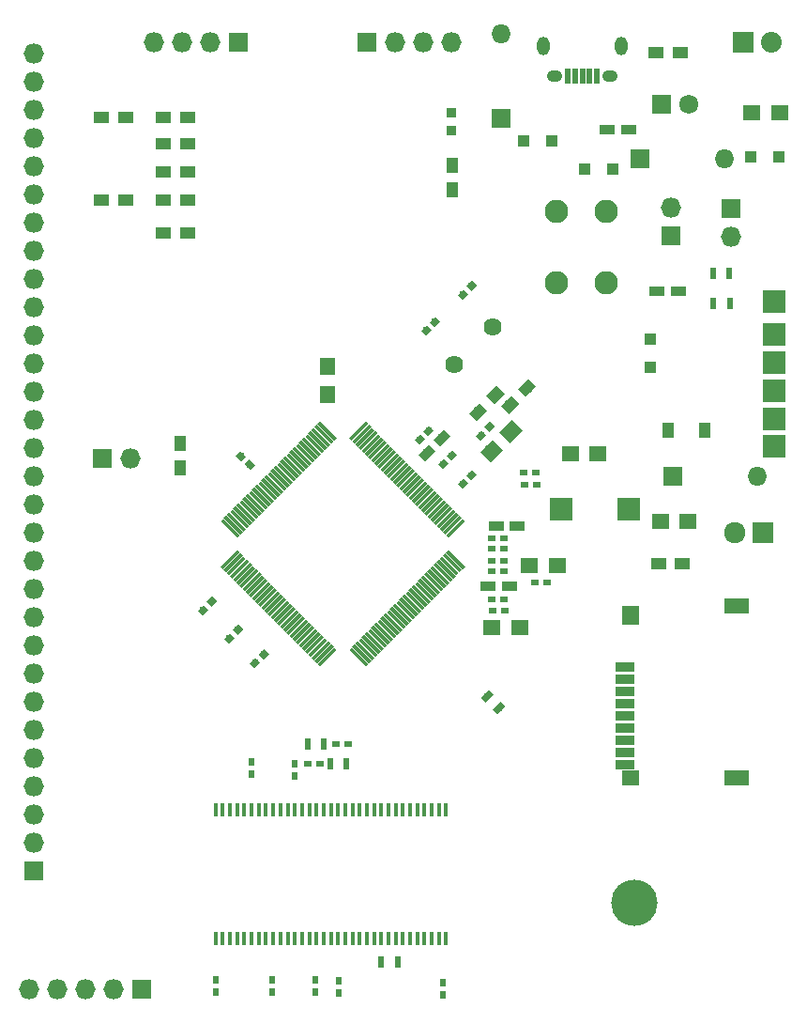
<source format=gts>
G04 #@! TF.GenerationSoftware,KiCad,Pcbnew,(2017-06-28 revision 2237de015)-makepkg*
G04 #@! TF.CreationDate,2017-08-26T01:08:01+05:30*
G04 #@! TF.ProjectId,MyIMX233,4D79494D583233332E6B696361645F70,rev?*
G04 #@! TF.SameCoordinates,Original
G04 #@! TF.FileFunction,Soldermask,Top*
G04 #@! TF.FilePolarity,Negative*
%FSLAX46Y46*%
G04 Gerber Fmt 4.6, Leading zero omitted, Abs format (unit mm)*
G04 Created by KiCad (PCBNEW (2017-06-28 revision 2237de015)-makepkg) date 08/26/17 01:08:01*
%MOMM*%
%LPD*%
G01*
G04 APERTURE LIST*
%ADD10C,0.100000*%
%ADD11C,4.184000*%
%ADD12R,1.120000X1.120000*%
%ADD13R,1.320000X0.870000*%
%ADD14O,1.720000X1.720000*%
%ADD15R,1.720000X1.720000*%
%ADD16R,1.320000X1.020000*%
%ADD17C,1.720000*%
%ADD18R,1.020000X1.320000*%
%ADD19C,0.620000*%
%ADD20R,0.620000X1.020000*%
%ADD21R,1.720000X0.820000*%
%ADD22R,1.520000X1.320000*%
%ADD23R,1.520000X1.720000*%
%ADD24R,2.320000X1.320000*%
%ADD25C,0.320000*%
%ADD26C,1.620000*%
%ADD27O,1.820000X1.820000*%
%ADD28R,1.820000X1.820000*%
%ADD29R,0.520000X1.470000*%
%ADD30O,1.370000X1.070000*%
%ADD31O,1.120000X1.670000*%
%ADD32R,2.025000X2.025000*%
%ADD33R,0.920000X0.920000*%
%ADD34R,0.720000X0.620000*%
%ADD35C,0.870000*%
%ADD36R,1.620000X1.370000*%
%ADD37C,1.870000*%
%ADD38R,1.870000X1.870000*%
%ADD39C,1.020000*%
%ADD40R,0.440040X1.288400*%
%ADD41R,2.118980X2.118980*%
%ADD42R,0.620000X0.720000*%
%ADD43C,2.120000*%
%ADD44C,1.370000*%
%ADD45R,1.370000X1.620000*%
%ADD46C,1.920000*%
%ADD47R,1.920000X1.920000*%
G04 APERTURE END LIST*
D10*
D11*
X123317000Y-131254500D03*
D12*
X136314500Y-64008000D03*
X133814500Y-64008000D03*
D13*
X127254000Y-76136500D03*
X125354000Y-76136500D03*
D14*
X131445000Y-64198500D03*
D15*
X123825000Y-64198500D03*
X126746000Y-92837000D03*
D14*
X134366000Y-92837000D03*
X111252000Y-52959000D03*
D15*
X111252000Y-60579000D03*
D16*
X127465000Y-54610000D03*
X125265000Y-54610000D03*
D17*
X128230000Y-59309000D03*
D15*
X125730000Y-59309000D03*
D18*
X126366000Y-88646000D03*
X129666000Y-88646000D03*
D19*
X110023170Y-112626670D03*
D10*
G36*
X109443342Y-112768091D02*
X110164591Y-112046842D01*
X110602998Y-112485249D01*
X109881749Y-113206498D01*
X109443342Y-112768091D01*
X109443342Y-112768091D01*
G37*
D19*
X111083830Y-113687330D03*
D10*
G36*
X110504002Y-113828751D02*
X111225251Y-113107502D01*
X111663658Y-113545909D01*
X110942409Y-114267158D01*
X110504002Y-113828751D01*
X110504002Y-113828751D01*
G37*
D20*
X101969000Y-136588500D03*
X100469000Y-136588500D03*
D21*
X122428000Y-112225000D03*
X122428000Y-111125000D03*
X122428000Y-110025000D03*
X122428000Y-113325000D03*
X122428000Y-114425000D03*
X122428000Y-115525000D03*
X122428000Y-117725000D03*
X122428000Y-116625000D03*
X122428000Y-118825000D03*
D22*
X122928000Y-119975000D03*
D23*
X122928000Y-105375000D03*
D24*
X132528000Y-119975000D03*
X132528000Y-104475000D03*
D25*
X98410464Y-88718912D03*
D10*
G36*
X97774068Y-89581582D02*
X97547794Y-89355308D01*
X99046860Y-87856242D01*
X99273134Y-88082516D01*
X97774068Y-89581582D01*
X97774068Y-89581582D01*
G37*
D25*
X98693306Y-89001755D03*
D10*
G36*
X98056910Y-89864425D02*
X97830636Y-89638151D01*
X99329702Y-88139085D01*
X99555976Y-88365359D01*
X98056910Y-89864425D01*
X98056910Y-89864425D01*
G37*
D25*
X98976149Y-89284598D03*
D10*
G36*
X98339753Y-90147268D02*
X98113479Y-89920994D01*
X99612545Y-88421928D01*
X99838819Y-88648202D01*
X98339753Y-90147268D01*
X98339753Y-90147268D01*
G37*
D25*
X99258992Y-89567440D03*
D10*
G36*
X98622596Y-90430110D02*
X98396322Y-90203836D01*
X99895388Y-88704770D01*
X100121662Y-88931044D01*
X98622596Y-90430110D01*
X98622596Y-90430110D01*
G37*
D25*
X99541834Y-89850283D03*
D10*
G36*
X98905438Y-90712953D02*
X98679164Y-90486679D01*
X100178230Y-88987613D01*
X100404504Y-89213887D01*
X98905438Y-90712953D01*
X98905438Y-90712953D01*
G37*
D25*
X99824677Y-90133126D03*
D10*
G36*
X99188281Y-90995796D02*
X98962007Y-90769522D01*
X100461073Y-89270456D01*
X100687347Y-89496730D01*
X99188281Y-90995796D01*
X99188281Y-90995796D01*
G37*
D25*
X100107520Y-90415969D03*
D10*
G36*
X99471124Y-91278639D02*
X99244850Y-91052365D01*
X100743916Y-89553299D01*
X100970190Y-89779573D01*
X99471124Y-91278639D01*
X99471124Y-91278639D01*
G37*
D25*
X100390363Y-90698811D03*
D10*
G36*
X99753967Y-91561481D02*
X99527693Y-91335207D01*
X101026759Y-89836141D01*
X101253033Y-90062415D01*
X99753967Y-91561481D01*
X99753967Y-91561481D01*
G37*
D25*
X100673205Y-90981654D03*
D10*
G36*
X100036809Y-91844324D02*
X99810535Y-91618050D01*
X101309601Y-90118984D01*
X101535875Y-90345258D01*
X100036809Y-91844324D01*
X100036809Y-91844324D01*
G37*
D25*
X100956048Y-91264497D03*
D10*
G36*
X100319652Y-92127167D02*
X100093378Y-91900893D01*
X101592444Y-90401827D01*
X101818718Y-90628101D01*
X100319652Y-92127167D01*
X100319652Y-92127167D01*
G37*
D25*
X101238891Y-91547339D03*
D10*
G36*
X100602495Y-92410009D02*
X100376221Y-92183735D01*
X101875287Y-90684669D01*
X102101561Y-90910943D01*
X100602495Y-92410009D01*
X100602495Y-92410009D01*
G37*
D25*
X101521733Y-91830182D03*
D10*
G36*
X100885337Y-92692852D02*
X100659063Y-92466578D01*
X102158129Y-90967512D01*
X102384403Y-91193786D01*
X100885337Y-92692852D01*
X100885337Y-92692852D01*
G37*
D25*
X101804576Y-92113025D03*
D10*
G36*
X101168180Y-92975695D02*
X100941906Y-92749421D01*
X102440972Y-91250355D01*
X102667246Y-91476629D01*
X101168180Y-92975695D01*
X101168180Y-92975695D01*
G37*
D25*
X102087419Y-92395868D03*
D10*
G36*
X101451023Y-93258538D02*
X101224749Y-93032264D01*
X102723815Y-91533198D01*
X102950089Y-91759472D01*
X101451023Y-93258538D01*
X101451023Y-93258538D01*
G37*
D25*
X102370262Y-92678710D03*
D10*
G36*
X101733866Y-93541380D02*
X101507592Y-93315106D01*
X103006658Y-91816040D01*
X103232932Y-92042314D01*
X101733866Y-93541380D01*
X101733866Y-93541380D01*
G37*
D25*
X102653104Y-92961553D03*
D10*
G36*
X102016708Y-93824223D02*
X101790434Y-93597949D01*
X103289500Y-92098883D01*
X103515774Y-92325157D01*
X102016708Y-93824223D01*
X102016708Y-93824223D01*
G37*
D25*
X102935947Y-93244396D03*
D10*
G36*
X102299551Y-94107066D02*
X102073277Y-93880792D01*
X103572343Y-92381726D01*
X103798617Y-92608000D01*
X102299551Y-94107066D01*
X102299551Y-94107066D01*
G37*
D25*
X103218790Y-93527238D03*
D10*
G36*
X102582394Y-94389908D02*
X102356120Y-94163634D01*
X103855186Y-92664568D01*
X104081460Y-92890842D01*
X102582394Y-94389908D01*
X102582394Y-94389908D01*
G37*
D25*
X103501632Y-93810081D03*
D10*
G36*
X102865236Y-94672751D02*
X102638962Y-94446477D01*
X104138028Y-92947411D01*
X104364302Y-93173685D01*
X102865236Y-94672751D01*
X102865236Y-94672751D01*
G37*
D25*
X103784475Y-94092924D03*
D10*
G36*
X103148079Y-94955594D02*
X102921805Y-94729320D01*
X104420871Y-93230254D01*
X104647145Y-93456528D01*
X103148079Y-94955594D01*
X103148079Y-94955594D01*
G37*
D25*
X104067318Y-94375767D03*
D10*
G36*
X103430922Y-95238437D02*
X103204648Y-95012163D01*
X104703714Y-93513097D01*
X104929988Y-93739371D01*
X103430922Y-95238437D01*
X103430922Y-95238437D01*
G37*
D25*
X104350161Y-94658609D03*
D10*
G36*
X103713765Y-95521279D02*
X103487491Y-95295005D01*
X104986557Y-93795939D01*
X105212831Y-94022213D01*
X103713765Y-95521279D01*
X103713765Y-95521279D01*
G37*
D25*
X104633003Y-94941452D03*
D10*
G36*
X103996607Y-95804122D02*
X103770333Y-95577848D01*
X105269399Y-94078782D01*
X105495673Y-94305056D01*
X103996607Y-95804122D01*
X103996607Y-95804122D01*
G37*
D25*
X104915846Y-95224295D03*
D10*
G36*
X104279450Y-96086965D02*
X104053176Y-95860691D01*
X105552242Y-94361625D01*
X105778516Y-94587899D01*
X104279450Y-96086965D01*
X104279450Y-96086965D01*
G37*
D25*
X105198689Y-95507137D03*
D10*
G36*
X104562293Y-96369807D02*
X104336019Y-96143533D01*
X105835085Y-94644467D01*
X106061359Y-94870741D01*
X104562293Y-96369807D01*
X104562293Y-96369807D01*
G37*
D25*
X105481531Y-95789980D03*
D10*
G36*
X104845135Y-96652650D02*
X104618861Y-96426376D01*
X106117927Y-94927310D01*
X106344201Y-95153584D01*
X104845135Y-96652650D01*
X104845135Y-96652650D01*
G37*
D25*
X105764374Y-96072823D03*
D10*
G36*
X105127978Y-96935493D02*
X104901704Y-96709219D01*
X106400770Y-95210153D01*
X106627044Y-95436427D01*
X105127978Y-96935493D01*
X105127978Y-96935493D01*
G37*
D25*
X106047217Y-96355666D03*
D10*
G36*
X105410821Y-97218336D02*
X105184547Y-96992062D01*
X106683613Y-95492996D01*
X106909887Y-95719270D01*
X105410821Y-97218336D01*
X105410821Y-97218336D01*
G37*
D25*
X106330060Y-96638508D03*
D10*
G36*
X105693664Y-97501178D02*
X105467390Y-97274904D01*
X106966456Y-95775838D01*
X107192730Y-96002112D01*
X105693664Y-97501178D01*
X105693664Y-97501178D01*
G37*
D25*
X106612902Y-96921351D03*
D10*
G36*
X105976506Y-97784021D02*
X105750232Y-97557747D01*
X107249298Y-96058681D01*
X107475572Y-96284955D01*
X105976506Y-97784021D01*
X105976506Y-97784021D01*
G37*
D25*
X106895745Y-97204194D03*
D10*
G36*
X106259349Y-98066864D02*
X106033075Y-97840590D01*
X107532141Y-96341524D01*
X107758415Y-96567798D01*
X106259349Y-98066864D01*
X106259349Y-98066864D01*
G37*
D25*
X107178588Y-97487036D03*
D10*
G36*
X106542192Y-98349706D02*
X106315918Y-98123432D01*
X107814984Y-96624366D01*
X108041258Y-96850640D01*
X106542192Y-98349706D01*
X106542192Y-98349706D01*
G37*
D25*
X107178588Y-100315464D03*
D10*
G36*
X106315918Y-99679068D02*
X106542192Y-99452794D01*
X108041258Y-100951860D01*
X107814984Y-101178134D01*
X106315918Y-99679068D01*
X106315918Y-99679068D01*
G37*
D25*
X106895745Y-100598306D03*
D10*
G36*
X106033075Y-99961910D02*
X106259349Y-99735636D01*
X107758415Y-101234702D01*
X107532141Y-101460976D01*
X106033075Y-99961910D01*
X106033075Y-99961910D01*
G37*
D25*
X106612902Y-100881149D03*
D10*
G36*
X105750232Y-100244753D02*
X105976506Y-100018479D01*
X107475572Y-101517545D01*
X107249298Y-101743819D01*
X105750232Y-100244753D01*
X105750232Y-100244753D01*
G37*
D25*
X106330060Y-101163992D03*
D10*
G36*
X105467390Y-100527596D02*
X105693664Y-100301322D01*
X107192730Y-101800388D01*
X106966456Y-102026662D01*
X105467390Y-100527596D01*
X105467390Y-100527596D01*
G37*
D25*
X106047217Y-101446834D03*
D10*
G36*
X105184547Y-100810438D02*
X105410821Y-100584164D01*
X106909887Y-102083230D01*
X106683613Y-102309504D01*
X105184547Y-100810438D01*
X105184547Y-100810438D01*
G37*
D25*
X105764374Y-101729677D03*
D10*
G36*
X104901704Y-101093281D02*
X105127978Y-100867007D01*
X106627044Y-102366073D01*
X106400770Y-102592347D01*
X104901704Y-101093281D01*
X104901704Y-101093281D01*
G37*
D25*
X105481531Y-102012520D03*
D10*
G36*
X104618861Y-101376124D02*
X104845135Y-101149850D01*
X106344201Y-102648916D01*
X106117927Y-102875190D01*
X104618861Y-101376124D01*
X104618861Y-101376124D01*
G37*
D25*
X105198689Y-102295363D03*
D10*
G36*
X104336019Y-101658967D02*
X104562293Y-101432693D01*
X106061359Y-102931759D01*
X105835085Y-103158033D01*
X104336019Y-101658967D01*
X104336019Y-101658967D01*
G37*
D25*
X104915846Y-102578205D03*
D10*
G36*
X104053176Y-101941809D02*
X104279450Y-101715535D01*
X105778516Y-103214601D01*
X105552242Y-103440875D01*
X104053176Y-101941809D01*
X104053176Y-101941809D01*
G37*
D25*
X104633003Y-102861048D03*
D10*
G36*
X103770333Y-102224652D02*
X103996607Y-101998378D01*
X105495673Y-103497444D01*
X105269399Y-103723718D01*
X103770333Y-102224652D01*
X103770333Y-102224652D01*
G37*
D25*
X104350161Y-103143891D03*
D10*
G36*
X103487491Y-102507495D02*
X103713765Y-102281221D01*
X105212831Y-103780287D01*
X104986557Y-104006561D01*
X103487491Y-102507495D01*
X103487491Y-102507495D01*
G37*
D25*
X104067318Y-103426733D03*
D10*
G36*
X103204648Y-102790337D02*
X103430922Y-102564063D01*
X104929988Y-104063129D01*
X104703714Y-104289403D01*
X103204648Y-102790337D01*
X103204648Y-102790337D01*
G37*
D25*
X103784475Y-103709576D03*
D10*
G36*
X102921805Y-103073180D02*
X103148079Y-102846906D01*
X104647145Y-104345972D01*
X104420871Y-104572246D01*
X102921805Y-103073180D01*
X102921805Y-103073180D01*
G37*
D25*
X103501632Y-103992419D03*
D10*
G36*
X102638962Y-103356023D02*
X102865236Y-103129749D01*
X104364302Y-104628815D01*
X104138028Y-104855089D01*
X102638962Y-103356023D01*
X102638962Y-103356023D01*
G37*
D25*
X103218790Y-104275262D03*
D10*
G36*
X102356120Y-103638866D02*
X102582394Y-103412592D01*
X104081460Y-104911658D01*
X103855186Y-105137932D01*
X102356120Y-103638866D01*
X102356120Y-103638866D01*
G37*
D25*
X102935947Y-104558104D03*
D10*
G36*
X102073277Y-103921708D02*
X102299551Y-103695434D01*
X103798617Y-105194500D01*
X103572343Y-105420774D01*
X102073277Y-103921708D01*
X102073277Y-103921708D01*
G37*
D25*
X102653104Y-104840947D03*
D10*
G36*
X101790434Y-104204551D02*
X102016708Y-103978277D01*
X103515774Y-105477343D01*
X103289500Y-105703617D01*
X101790434Y-104204551D01*
X101790434Y-104204551D01*
G37*
D25*
X102370262Y-105123790D03*
D10*
G36*
X101507592Y-104487394D02*
X101733866Y-104261120D01*
X103232932Y-105760186D01*
X103006658Y-105986460D01*
X101507592Y-104487394D01*
X101507592Y-104487394D01*
G37*
D25*
X102087419Y-105406632D03*
D10*
G36*
X101224749Y-104770236D02*
X101451023Y-104543962D01*
X102950089Y-106043028D01*
X102723815Y-106269302D01*
X101224749Y-104770236D01*
X101224749Y-104770236D01*
G37*
D25*
X101804576Y-105689475D03*
D10*
G36*
X100941906Y-105053079D02*
X101168180Y-104826805D01*
X102667246Y-106325871D01*
X102440972Y-106552145D01*
X100941906Y-105053079D01*
X100941906Y-105053079D01*
G37*
D25*
X101521733Y-105972318D03*
D10*
G36*
X100659063Y-105335922D02*
X100885337Y-105109648D01*
X102384403Y-106608714D01*
X102158129Y-106834988D01*
X100659063Y-105335922D01*
X100659063Y-105335922D01*
G37*
D25*
X101238891Y-106255161D03*
D10*
G36*
X100376221Y-105618765D02*
X100602495Y-105392491D01*
X102101561Y-106891557D01*
X101875287Y-107117831D01*
X100376221Y-105618765D01*
X100376221Y-105618765D01*
G37*
D25*
X100956048Y-106538003D03*
D10*
G36*
X100093378Y-105901607D02*
X100319652Y-105675333D01*
X101818718Y-107174399D01*
X101592444Y-107400673D01*
X100093378Y-105901607D01*
X100093378Y-105901607D01*
G37*
D25*
X100673205Y-106820846D03*
D10*
G36*
X99810535Y-106184450D02*
X100036809Y-105958176D01*
X101535875Y-107457242D01*
X101309601Y-107683516D01*
X99810535Y-106184450D01*
X99810535Y-106184450D01*
G37*
D25*
X100390363Y-107103689D03*
D10*
G36*
X99527693Y-106467293D02*
X99753967Y-106241019D01*
X101253033Y-107740085D01*
X101026759Y-107966359D01*
X99527693Y-106467293D01*
X99527693Y-106467293D01*
G37*
D25*
X100107520Y-107386531D03*
D10*
G36*
X99244850Y-106750135D02*
X99471124Y-106523861D01*
X100970190Y-108022927D01*
X100743916Y-108249201D01*
X99244850Y-106750135D01*
X99244850Y-106750135D01*
G37*
D25*
X99824677Y-107669374D03*
D10*
G36*
X98962007Y-107032978D02*
X99188281Y-106806704D01*
X100687347Y-108305770D01*
X100461073Y-108532044D01*
X98962007Y-107032978D01*
X98962007Y-107032978D01*
G37*
D25*
X99541834Y-107952217D03*
D10*
G36*
X98679164Y-107315821D02*
X98905438Y-107089547D01*
X100404504Y-108588613D01*
X100178230Y-108814887D01*
X98679164Y-107315821D01*
X98679164Y-107315821D01*
G37*
D25*
X99258992Y-108235060D03*
D10*
G36*
X98396322Y-107598664D02*
X98622596Y-107372390D01*
X100121662Y-108871456D01*
X99895388Y-109097730D01*
X98396322Y-107598664D01*
X98396322Y-107598664D01*
G37*
D25*
X98976149Y-108517902D03*
D10*
G36*
X98113479Y-107881506D02*
X98339753Y-107655232D01*
X99838819Y-109154298D01*
X99612545Y-109380572D01*
X98113479Y-107881506D01*
X98113479Y-107881506D01*
G37*
D25*
X98693306Y-108800745D03*
D10*
G36*
X97830636Y-108164349D02*
X98056910Y-107938075D01*
X99555976Y-109437141D01*
X99329702Y-109663415D01*
X97830636Y-108164349D01*
X97830636Y-108164349D01*
G37*
D25*
X98410464Y-109083588D03*
D10*
G36*
X97547794Y-108447192D02*
X97774068Y-108220918D01*
X99273134Y-109719984D01*
X99046860Y-109946258D01*
X97547794Y-108447192D01*
X97547794Y-108447192D01*
G37*
D25*
X95582036Y-109083588D03*
D10*
G36*
X94945640Y-109946258D02*
X94719366Y-109719984D01*
X96218432Y-108220918D01*
X96444706Y-108447192D01*
X94945640Y-109946258D01*
X94945640Y-109946258D01*
G37*
D25*
X95299194Y-108800745D03*
D10*
G36*
X94662798Y-109663415D02*
X94436524Y-109437141D01*
X95935590Y-107938075D01*
X96161864Y-108164349D01*
X94662798Y-109663415D01*
X94662798Y-109663415D01*
G37*
D25*
X95016351Y-108517902D03*
D10*
G36*
X94379955Y-109380572D02*
X94153681Y-109154298D01*
X95652747Y-107655232D01*
X95879021Y-107881506D01*
X94379955Y-109380572D01*
X94379955Y-109380572D01*
G37*
D25*
X94733508Y-108235060D03*
D10*
G36*
X94097112Y-109097730D02*
X93870838Y-108871456D01*
X95369904Y-107372390D01*
X95596178Y-107598664D01*
X94097112Y-109097730D01*
X94097112Y-109097730D01*
G37*
D25*
X94450666Y-107952217D03*
D10*
G36*
X93814270Y-108814887D02*
X93587996Y-108588613D01*
X95087062Y-107089547D01*
X95313336Y-107315821D01*
X93814270Y-108814887D01*
X93814270Y-108814887D01*
G37*
D25*
X94167823Y-107669374D03*
D10*
G36*
X93531427Y-108532044D02*
X93305153Y-108305770D01*
X94804219Y-106806704D01*
X95030493Y-107032978D01*
X93531427Y-108532044D01*
X93531427Y-108532044D01*
G37*
D25*
X93884980Y-107386531D03*
D10*
G36*
X93248584Y-108249201D02*
X93022310Y-108022927D01*
X94521376Y-106523861D01*
X94747650Y-106750135D01*
X93248584Y-108249201D01*
X93248584Y-108249201D01*
G37*
D25*
X93602137Y-107103689D03*
D10*
G36*
X92965741Y-107966359D02*
X92739467Y-107740085D01*
X94238533Y-106241019D01*
X94464807Y-106467293D01*
X92965741Y-107966359D01*
X92965741Y-107966359D01*
G37*
D25*
X93319295Y-106820846D03*
D10*
G36*
X92682899Y-107683516D02*
X92456625Y-107457242D01*
X93955691Y-105958176D01*
X94181965Y-106184450D01*
X92682899Y-107683516D01*
X92682899Y-107683516D01*
G37*
D25*
X93036452Y-106538003D03*
D10*
G36*
X92400056Y-107400673D02*
X92173782Y-107174399D01*
X93672848Y-105675333D01*
X93899122Y-105901607D01*
X92400056Y-107400673D01*
X92400056Y-107400673D01*
G37*
D25*
X92753609Y-106255161D03*
D10*
G36*
X92117213Y-107117831D02*
X91890939Y-106891557D01*
X93390005Y-105392491D01*
X93616279Y-105618765D01*
X92117213Y-107117831D01*
X92117213Y-107117831D01*
G37*
D25*
X92470767Y-105972318D03*
D10*
G36*
X91834371Y-106834988D02*
X91608097Y-106608714D01*
X93107163Y-105109648D01*
X93333437Y-105335922D01*
X91834371Y-106834988D01*
X91834371Y-106834988D01*
G37*
D25*
X92187924Y-105689475D03*
D10*
G36*
X91551528Y-106552145D02*
X91325254Y-106325871D01*
X92824320Y-104826805D01*
X93050594Y-105053079D01*
X91551528Y-106552145D01*
X91551528Y-106552145D01*
G37*
D25*
X91905081Y-105406632D03*
D10*
G36*
X91268685Y-106269302D02*
X91042411Y-106043028D01*
X92541477Y-104543962D01*
X92767751Y-104770236D01*
X91268685Y-106269302D01*
X91268685Y-106269302D01*
G37*
D25*
X91622238Y-105123790D03*
D10*
G36*
X90985842Y-105986460D02*
X90759568Y-105760186D01*
X92258634Y-104261120D01*
X92484908Y-104487394D01*
X90985842Y-105986460D01*
X90985842Y-105986460D01*
G37*
D25*
X91339396Y-104840947D03*
D10*
G36*
X90703000Y-105703617D02*
X90476726Y-105477343D01*
X91975792Y-103978277D01*
X92202066Y-104204551D01*
X90703000Y-105703617D01*
X90703000Y-105703617D01*
G37*
D25*
X91056553Y-104558104D03*
D10*
G36*
X90420157Y-105420774D02*
X90193883Y-105194500D01*
X91692949Y-103695434D01*
X91919223Y-103921708D01*
X90420157Y-105420774D01*
X90420157Y-105420774D01*
G37*
D25*
X90773710Y-104275262D03*
D10*
G36*
X90137314Y-105137932D02*
X89911040Y-104911658D01*
X91410106Y-103412592D01*
X91636380Y-103638866D01*
X90137314Y-105137932D01*
X90137314Y-105137932D01*
G37*
D25*
X90490868Y-103992419D03*
D10*
G36*
X89854472Y-104855089D02*
X89628198Y-104628815D01*
X91127264Y-103129749D01*
X91353538Y-103356023D01*
X89854472Y-104855089D01*
X89854472Y-104855089D01*
G37*
D25*
X90208025Y-103709576D03*
D10*
G36*
X89571629Y-104572246D02*
X89345355Y-104345972D01*
X90844421Y-102846906D01*
X91070695Y-103073180D01*
X89571629Y-104572246D01*
X89571629Y-104572246D01*
G37*
D25*
X89925182Y-103426733D03*
D10*
G36*
X89288786Y-104289403D02*
X89062512Y-104063129D01*
X90561578Y-102564063D01*
X90787852Y-102790337D01*
X89288786Y-104289403D01*
X89288786Y-104289403D01*
G37*
D25*
X89642339Y-103143891D03*
D10*
G36*
X89005943Y-104006561D02*
X88779669Y-103780287D01*
X90278735Y-102281221D01*
X90505009Y-102507495D01*
X89005943Y-104006561D01*
X89005943Y-104006561D01*
G37*
D25*
X89359497Y-102861048D03*
D10*
G36*
X88723101Y-103723718D02*
X88496827Y-103497444D01*
X89995893Y-101998378D01*
X90222167Y-102224652D01*
X88723101Y-103723718D01*
X88723101Y-103723718D01*
G37*
D25*
X89076654Y-102578205D03*
D10*
G36*
X88440258Y-103440875D02*
X88213984Y-103214601D01*
X89713050Y-101715535D01*
X89939324Y-101941809D01*
X88440258Y-103440875D01*
X88440258Y-103440875D01*
G37*
D25*
X88793811Y-102295363D03*
D10*
G36*
X88157415Y-103158033D02*
X87931141Y-102931759D01*
X89430207Y-101432693D01*
X89656481Y-101658967D01*
X88157415Y-103158033D01*
X88157415Y-103158033D01*
G37*
D25*
X88510969Y-102012520D03*
D10*
G36*
X87874573Y-102875190D02*
X87648299Y-102648916D01*
X89147365Y-101149850D01*
X89373639Y-101376124D01*
X87874573Y-102875190D01*
X87874573Y-102875190D01*
G37*
D25*
X88228126Y-101729677D03*
D10*
G36*
X87591730Y-102592347D02*
X87365456Y-102366073D01*
X88864522Y-100867007D01*
X89090796Y-101093281D01*
X87591730Y-102592347D01*
X87591730Y-102592347D01*
G37*
D25*
X87945283Y-101446834D03*
D10*
G36*
X87308887Y-102309504D02*
X87082613Y-102083230D01*
X88581679Y-100584164D01*
X88807953Y-100810438D01*
X87308887Y-102309504D01*
X87308887Y-102309504D01*
G37*
D25*
X87662440Y-101163992D03*
D10*
G36*
X87026044Y-102026662D02*
X86799770Y-101800388D01*
X88298836Y-100301322D01*
X88525110Y-100527596D01*
X87026044Y-102026662D01*
X87026044Y-102026662D01*
G37*
D25*
X87379598Y-100881149D03*
D10*
G36*
X86743202Y-101743819D02*
X86516928Y-101517545D01*
X88015994Y-100018479D01*
X88242268Y-100244753D01*
X86743202Y-101743819D01*
X86743202Y-101743819D01*
G37*
D25*
X87096755Y-100598306D03*
D10*
G36*
X86460359Y-101460976D02*
X86234085Y-101234702D01*
X87733151Y-99735636D01*
X87959425Y-99961910D01*
X86460359Y-101460976D01*
X86460359Y-101460976D01*
G37*
D25*
X86813912Y-100315464D03*
D10*
G36*
X86177516Y-101178134D02*
X85951242Y-100951860D01*
X87450308Y-99452794D01*
X87676582Y-99679068D01*
X86177516Y-101178134D01*
X86177516Y-101178134D01*
G37*
D25*
X86813912Y-97487036D03*
D10*
G36*
X85951242Y-96850640D02*
X86177516Y-96624366D01*
X87676582Y-98123432D01*
X87450308Y-98349706D01*
X85951242Y-96850640D01*
X85951242Y-96850640D01*
G37*
D25*
X87096755Y-97204194D03*
D10*
G36*
X86234085Y-96567798D02*
X86460359Y-96341524D01*
X87959425Y-97840590D01*
X87733151Y-98066864D01*
X86234085Y-96567798D01*
X86234085Y-96567798D01*
G37*
D25*
X87379598Y-96921351D03*
D10*
G36*
X86516928Y-96284955D02*
X86743202Y-96058681D01*
X88242268Y-97557747D01*
X88015994Y-97784021D01*
X86516928Y-96284955D01*
X86516928Y-96284955D01*
G37*
D25*
X87662440Y-96638508D03*
D10*
G36*
X86799770Y-96002112D02*
X87026044Y-95775838D01*
X88525110Y-97274904D01*
X88298836Y-97501178D01*
X86799770Y-96002112D01*
X86799770Y-96002112D01*
G37*
D25*
X87945283Y-96355666D03*
D10*
G36*
X87082613Y-95719270D02*
X87308887Y-95492996D01*
X88807953Y-96992062D01*
X88581679Y-97218336D01*
X87082613Y-95719270D01*
X87082613Y-95719270D01*
G37*
D25*
X88228126Y-96072823D03*
D10*
G36*
X87365456Y-95436427D02*
X87591730Y-95210153D01*
X89090796Y-96709219D01*
X88864522Y-96935493D01*
X87365456Y-95436427D01*
X87365456Y-95436427D01*
G37*
D25*
X88510969Y-95789980D03*
D10*
G36*
X87648299Y-95153584D02*
X87874573Y-94927310D01*
X89373639Y-96426376D01*
X89147365Y-96652650D01*
X87648299Y-95153584D01*
X87648299Y-95153584D01*
G37*
D25*
X88793811Y-95507137D03*
D10*
G36*
X87931141Y-94870741D02*
X88157415Y-94644467D01*
X89656481Y-96143533D01*
X89430207Y-96369807D01*
X87931141Y-94870741D01*
X87931141Y-94870741D01*
G37*
D25*
X89076654Y-95224295D03*
D10*
G36*
X88213984Y-94587899D02*
X88440258Y-94361625D01*
X89939324Y-95860691D01*
X89713050Y-96086965D01*
X88213984Y-94587899D01*
X88213984Y-94587899D01*
G37*
D25*
X89359497Y-94941452D03*
D10*
G36*
X88496827Y-94305056D02*
X88723101Y-94078782D01*
X90222167Y-95577848D01*
X89995893Y-95804122D01*
X88496827Y-94305056D01*
X88496827Y-94305056D01*
G37*
D25*
X89642339Y-94658609D03*
D10*
G36*
X88779669Y-94022213D02*
X89005943Y-93795939D01*
X90505009Y-95295005D01*
X90278735Y-95521279D01*
X88779669Y-94022213D01*
X88779669Y-94022213D01*
G37*
D25*
X89925182Y-94375767D03*
D10*
G36*
X89062512Y-93739371D02*
X89288786Y-93513097D01*
X90787852Y-95012163D01*
X90561578Y-95238437D01*
X89062512Y-93739371D01*
X89062512Y-93739371D01*
G37*
D25*
X90208025Y-94092924D03*
D10*
G36*
X89345355Y-93456528D02*
X89571629Y-93230254D01*
X91070695Y-94729320D01*
X90844421Y-94955594D01*
X89345355Y-93456528D01*
X89345355Y-93456528D01*
G37*
D25*
X90490868Y-93810081D03*
D10*
G36*
X89628198Y-93173685D02*
X89854472Y-92947411D01*
X91353538Y-94446477D01*
X91127264Y-94672751D01*
X89628198Y-93173685D01*
X89628198Y-93173685D01*
G37*
D25*
X90773710Y-93527238D03*
D10*
G36*
X89911040Y-92890842D02*
X90137314Y-92664568D01*
X91636380Y-94163634D01*
X91410106Y-94389908D01*
X89911040Y-92890842D01*
X89911040Y-92890842D01*
G37*
D25*
X91056553Y-93244396D03*
D10*
G36*
X90193883Y-92608000D02*
X90420157Y-92381726D01*
X91919223Y-93880792D01*
X91692949Y-94107066D01*
X90193883Y-92608000D01*
X90193883Y-92608000D01*
G37*
D25*
X91339396Y-92961553D03*
D10*
G36*
X90476726Y-92325157D02*
X90703000Y-92098883D01*
X92202066Y-93597949D01*
X91975792Y-93824223D01*
X90476726Y-92325157D01*
X90476726Y-92325157D01*
G37*
D25*
X91622238Y-92678710D03*
D10*
G36*
X90759568Y-92042314D02*
X90985842Y-91816040D01*
X92484908Y-93315106D01*
X92258634Y-93541380D01*
X90759568Y-92042314D01*
X90759568Y-92042314D01*
G37*
D25*
X91905081Y-92395868D03*
D10*
G36*
X91042411Y-91759472D02*
X91268685Y-91533198D01*
X92767751Y-93032264D01*
X92541477Y-93258538D01*
X91042411Y-91759472D01*
X91042411Y-91759472D01*
G37*
D25*
X92187924Y-92113025D03*
D10*
G36*
X91325254Y-91476629D02*
X91551528Y-91250355D01*
X93050594Y-92749421D01*
X92824320Y-92975695D01*
X91325254Y-91476629D01*
X91325254Y-91476629D01*
G37*
D25*
X92470767Y-91830182D03*
D10*
G36*
X91608097Y-91193786D02*
X91834371Y-90967512D01*
X93333437Y-92466578D01*
X93107163Y-92692852D01*
X91608097Y-91193786D01*
X91608097Y-91193786D01*
G37*
D25*
X92753609Y-91547339D03*
D10*
G36*
X91890939Y-90910943D02*
X92117213Y-90684669D01*
X93616279Y-92183735D01*
X93390005Y-92410009D01*
X91890939Y-90910943D01*
X91890939Y-90910943D01*
G37*
D25*
X93036452Y-91264497D03*
D10*
G36*
X92173782Y-90628101D02*
X92400056Y-90401827D01*
X93899122Y-91900893D01*
X93672848Y-92127167D01*
X92173782Y-90628101D01*
X92173782Y-90628101D01*
G37*
D25*
X93319295Y-90981654D03*
D10*
G36*
X92456625Y-90345258D02*
X92682899Y-90118984D01*
X94181965Y-91618050D01*
X93955691Y-91844324D01*
X92456625Y-90345258D01*
X92456625Y-90345258D01*
G37*
D25*
X93602137Y-90698811D03*
D10*
G36*
X92739467Y-90062415D02*
X92965741Y-89836141D01*
X94464807Y-91335207D01*
X94238533Y-91561481D01*
X92739467Y-90062415D01*
X92739467Y-90062415D01*
G37*
D25*
X93884980Y-90415969D03*
D10*
G36*
X93022310Y-89779573D02*
X93248584Y-89553299D01*
X94747650Y-91052365D01*
X94521376Y-91278639D01*
X93022310Y-89779573D01*
X93022310Y-89779573D01*
G37*
D25*
X94167823Y-90133126D03*
D10*
G36*
X93305153Y-89496730D02*
X93531427Y-89270456D01*
X95030493Y-90769522D01*
X94804219Y-90995796D01*
X93305153Y-89496730D01*
X93305153Y-89496730D01*
G37*
D25*
X94450666Y-89850283D03*
D10*
G36*
X93587996Y-89213887D02*
X93814270Y-88987613D01*
X95313336Y-90486679D01*
X95087062Y-90712953D01*
X93587996Y-89213887D01*
X93587996Y-89213887D01*
G37*
D25*
X94733508Y-89567440D03*
D10*
G36*
X93870838Y-88931044D02*
X94097112Y-88704770D01*
X95596178Y-90203836D01*
X95369904Y-90430110D01*
X93870838Y-88931044D01*
X93870838Y-88931044D01*
G37*
D25*
X95016351Y-89284598D03*
D10*
G36*
X94153681Y-88648202D02*
X94379955Y-88421928D01*
X95879021Y-89920994D01*
X95652747Y-90147268D01*
X94153681Y-88648202D01*
X94153681Y-88648202D01*
G37*
D25*
X95299194Y-89001755D03*
D10*
G36*
X94436524Y-88365359D02*
X94662798Y-88139085D01*
X96161864Y-89638151D01*
X95935590Y-89864425D01*
X94436524Y-88365359D01*
X94436524Y-88365359D01*
G37*
D25*
X95582036Y-88718912D03*
D10*
G36*
X94719366Y-88082516D02*
X94945640Y-87856242D01*
X96444706Y-89355308D01*
X96218432Y-89581582D01*
X94719366Y-88082516D01*
X94719366Y-88082516D01*
G37*
D26*
X107039319Y-82762181D03*
X110490000Y-79311500D03*
D27*
X77851000Y-91186000D03*
D28*
X75311000Y-91186000D03*
D27*
X126619000Y-68580000D03*
D28*
X126619000Y-71120000D03*
D20*
X131877500Y-74485500D03*
X130377500Y-74485500D03*
X130429000Y-77216000D03*
X131929000Y-77216000D03*
D29*
X119918000Y-56722000D03*
X119268000Y-56722000D03*
X118618000Y-56722000D03*
X117968000Y-56722000D03*
X117318000Y-56722000D03*
D30*
X121118000Y-56722000D03*
X116118000Y-56722000D03*
D31*
X122118000Y-54022000D03*
X115118000Y-54022000D03*
D16*
X77427000Y-60452000D03*
X75227000Y-60452000D03*
D18*
X82296000Y-92032000D03*
X82296000Y-89832000D03*
D16*
X83015000Y-60452000D03*
X80815000Y-60452000D03*
X77427000Y-67945000D03*
X75227000Y-67945000D03*
X83015000Y-70866000D03*
X80815000Y-70866000D03*
X80815000Y-62865000D03*
X83015000Y-62865000D03*
X83015000Y-67945000D03*
X80815000Y-67945000D03*
X80815000Y-65405000D03*
X83015000Y-65405000D03*
D12*
X121348500Y-65151000D03*
X118848500Y-65151000D03*
X113304000Y-62611000D03*
X115804000Y-62611000D03*
D32*
X135890000Y-77089000D03*
D33*
X106807000Y-60071000D03*
X106807000Y-61671000D03*
D18*
X106870500Y-64749500D03*
X106870500Y-66949500D03*
D32*
X135890000Y-80010000D03*
X135890000Y-87630000D03*
X135890000Y-82550000D03*
X135890000Y-90106500D03*
X135890000Y-85090000D03*
D19*
X88590409Y-91765409D03*
D10*
G36*
X88116647Y-91730054D02*
X88555054Y-91291647D01*
X89064171Y-91800764D01*
X88625764Y-92239171D01*
X88116647Y-91730054D01*
X88116647Y-91730054D01*
G37*
D19*
X87812591Y-90987591D03*
D10*
G36*
X87338829Y-90952236D02*
X87777236Y-90513829D01*
X88286353Y-91022946D01*
X87847946Y-91461353D01*
X87338829Y-90952236D01*
X87338829Y-90952236D01*
G37*
D34*
X110448000Y-103886000D03*
X111548000Y-103886000D03*
X110511500Y-104902000D03*
X111611500Y-104902000D03*
D20*
X95833500Y-118745000D03*
X97333500Y-118745000D03*
X93801500Y-116967000D03*
X95301500Y-116967000D03*
D19*
X110243909Y-88320591D03*
D10*
G36*
X110279264Y-87846829D02*
X110717671Y-88285236D01*
X110208554Y-88794353D01*
X109770147Y-88355946D01*
X110279264Y-87846829D01*
X110279264Y-87846829D01*
G37*
D19*
X109466091Y-89098409D03*
D10*
G36*
X109501446Y-88624647D02*
X109939853Y-89063054D01*
X109430736Y-89572171D01*
X108992329Y-89133764D01*
X109501446Y-88624647D01*
X109501446Y-88624647D01*
G37*
D13*
X110111500Y-102679500D03*
X112011500Y-102679500D03*
X110810000Y-97282000D03*
X112710000Y-97282000D03*
X120864500Y-61531500D03*
X122764500Y-61531500D03*
D35*
X105954751Y-89371249D03*
D10*
G36*
X105795652Y-90145531D02*
X105180469Y-89530348D01*
X106113850Y-88596967D01*
X106729033Y-89212150D01*
X105795652Y-90145531D01*
X105795652Y-90145531D01*
G37*
D35*
X104611249Y-90714751D03*
D10*
G36*
X104452150Y-91489033D02*
X103836967Y-90873850D01*
X104770348Y-89940469D01*
X105385531Y-90555652D01*
X104452150Y-91489033D01*
X104452150Y-91489033D01*
G37*
D34*
X114321500Y-102362000D03*
X115421500Y-102362000D03*
X110448000Y-99314000D03*
X111548000Y-99314000D03*
X111548000Y-100393500D03*
X110448000Y-100393500D03*
X114405500Y-92456000D03*
X113305500Y-92456000D03*
D36*
X136378000Y-60007500D03*
X133878000Y-60007500D03*
D37*
X135659500Y-53721000D03*
D38*
X133159500Y-53721000D03*
D12*
X124777500Y-80454500D03*
X124777500Y-82954500D03*
D39*
X109204183Y-87010817D03*
D10*
G36*
X109310249Y-86183502D02*
X110031498Y-86904751D01*
X109098117Y-87838132D01*
X108376868Y-87116883D01*
X109310249Y-86183502D01*
X109310249Y-86183502D01*
G37*
D39*
X110759817Y-85455183D03*
D10*
G36*
X110865883Y-84627868D02*
X111587132Y-85349117D01*
X110653751Y-86282498D01*
X109932502Y-85561249D01*
X110865883Y-84627868D01*
X110865883Y-84627868D01*
G37*
D39*
X112061683Y-86375817D03*
D10*
G36*
X111955617Y-87203132D02*
X111234368Y-86481883D01*
X112167749Y-85548502D01*
X112888998Y-86269751D01*
X111955617Y-87203132D01*
X111955617Y-87203132D01*
G37*
D39*
X113617317Y-84820183D03*
D10*
G36*
X113511251Y-85647498D02*
X112790002Y-84926249D01*
X113723383Y-83992868D01*
X114444632Y-84714117D01*
X113511251Y-85647498D01*
X113511251Y-85647498D01*
G37*
D16*
X127655500Y-100711000D03*
X125455500Y-100711000D03*
D36*
X128143000Y-96837500D03*
X125643000Y-96837500D03*
D40*
X85512910Y-134499350D03*
X85512910Y-122866150D03*
X86163150Y-134499350D03*
X86163150Y-122866150D03*
X86813390Y-134499350D03*
X86813390Y-122866150D03*
X87463630Y-134499350D03*
X87463630Y-122866150D03*
X88113870Y-134499350D03*
X88113870Y-122866150D03*
X88764110Y-134499350D03*
X88764110Y-122866150D03*
X89414350Y-134499350D03*
X89414350Y-122866150D03*
X90064590Y-134499350D03*
X90064590Y-122866150D03*
X90714830Y-134499350D03*
X90714830Y-122866150D03*
X91365070Y-134499350D03*
X91365070Y-122866150D03*
X92015310Y-134499350D03*
X92015310Y-122866150D03*
X92665550Y-134499350D03*
X92665550Y-122866150D03*
X93315790Y-134499350D03*
X93315790Y-122866150D03*
X93966030Y-134499350D03*
X93966030Y-122866150D03*
X94616270Y-134499350D03*
X94616270Y-122866150D03*
X95266510Y-134499350D03*
X95266510Y-122866150D03*
X95916750Y-134499350D03*
X95916750Y-122866150D03*
X96566990Y-134499350D03*
X96566990Y-122866150D03*
X97217230Y-134499350D03*
X97217230Y-122866150D03*
X97867470Y-134499350D03*
X97867470Y-122866150D03*
X98517710Y-134499350D03*
X98517710Y-122866150D03*
X99167950Y-134499350D03*
X99167950Y-122866150D03*
X99818190Y-134499350D03*
X99818190Y-122866150D03*
X100468430Y-134499350D03*
X100468430Y-122866150D03*
X101118670Y-134499350D03*
X101118670Y-122866150D03*
X101768910Y-134499350D03*
X101768910Y-122866150D03*
X102419150Y-134499350D03*
X102419150Y-122866150D03*
X103069390Y-134499350D03*
X103069390Y-122866150D03*
X103719630Y-134499350D03*
X103719630Y-122866150D03*
X104369870Y-134499350D03*
X104369870Y-122866150D03*
X105020110Y-134499350D03*
X105020110Y-122866150D03*
X105670350Y-134499350D03*
X105670350Y-122866150D03*
X106320590Y-134499350D03*
X106320590Y-122866150D03*
D27*
X106807000Y-53721000D03*
X104267000Y-53721000D03*
X101727000Y-53721000D03*
D28*
X99187000Y-53721000D03*
D27*
X132016500Y-71183500D03*
D28*
X132016500Y-68643500D03*
D41*
X116713000Y-95758000D03*
X122809000Y-95758000D03*
D34*
X114469000Y-93535500D03*
X113369000Y-93535500D03*
X110448000Y-101346000D03*
X111548000Y-101346000D03*
X111548000Y-98425000D03*
X110448000Y-98425000D03*
D36*
X117515000Y-90741500D03*
X120015000Y-90741500D03*
D27*
X69151500Y-54673500D03*
X69151500Y-57213500D03*
X69151500Y-59753500D03*
X69151500Y-62293500D03*
X69151500Y-64833500D03*
X69151500Y-67373500D03*
X69151500Y-69913500D03*
X69151500Y-72453500D03*
X69151500Y-74993500D03*
X69151500Y-77533500D03*
X69151500Y-80073500D03*
X69151500Y-82613500D03*
X69151500Y-85153500D03*
X69151500Y-87693500D03*
X69151500Y-90233500D03*
X69151500Y-92773500D03*
X69151500Y-95313500D03*
X69151500Y-97853500D03*
X69151500Y-100393500D03*
X69151500Y-102933500D03*
X69151500Y-105473500D03*
X69151500Y-108013500D03*
X69151500Y-110553500D03*
X69151500Y-113093500D03*
X69151500Y-115633500D03*
X69151500Y-118173500D03*
X69151500Y-120713500D03*
X69151500Y-123253500D03*
X69151500Y-125793500D03*
D28*
X69151500Y-128333500D03*
D19*
X85161409Y-104068591D03*
D10*
G36*
X85126054Y-104542353D02*
X84687647Y-104103946D01*
X85196764Y-103594829D01*
X85635171Y-104033236D01*
X85126054Y-104542353D01*
X85126054Y-104542353D01*
G37*
D19*
X84383591Y-104846409D03*
D10*
G36*
X84348236Y-105320171D02*
X83909829Y-104881764D01*
X84418946Y-104372647D01*
X84857353Y-104811054D01*
X84348236Y-105320171D01*
X84348236Y-105320171D01*
G37*
D27*
X68707000Y-139065000D03*
X71247000Y-139065000D03*
X73787000Y-139065000D03*
X76327000Y-139065000D03*
D28*
X78867000Y-139065000D03*
D19*
X107815091Y-76398409D03*
D10*
G36*
X107850446Y-75924647D02*
X108288853Y-76363054D01*
X107779736Y-76872171D01*
X107341329Y-76433764D01*
X107850446Y-75924647D01*
X107850446Y-75924647D01*
G37*
D19*
X108592909Y-75620591D03*
D10*
G36*
X108628264Y-75146829D02*
X109066671Y-75585236D01*
X108557554Y-76094353D01*
X108119147Y-75655946D01*
X108628264Y-75146829D01*
X108628264Y-75146829D01*
G37*
D42*
X92678250Y-119803000D03*
X92678250Y-118703000D03*
X96615250Y-139392750D03*
X96615250Y-138292750D03*
X106013250Y-138483250D03*
X106013250Y-139583250D03*
X94519750Y-139265750D03*
X94519750Y-138165750D03*
X90646250Y-138229250D03*
X90646250Y-139329250D03*
D34*
X97451000Y-116903500D03*
X96351000Y-116903500D03*
D19*
X108592909Y-92702091D03*
D10*
G36*
X108628264Y-92228329D02*
X109066671Y-92666736D01*
X108557554Y-93175853D01*
X108119147Y-92737446D01*
X108628264Y-92228329D01*
X108628264Y-92228329D01*
G37*
D19*
X107815091Y-93479909D03*
D10*
G36*
X107850446Y-93006147D02*
X108288853Y-93444554D01*
X107779736Y-93953671D01*
X107341329Y-93515264D01*
X107850446Y-93006147D01*
X107850446Y-93006147D01*
G37*
D19*
X89860409Y-108831091D03*
D10*
G36*
X89825054Y-109304853D02*
X89386647Y-108866446D01*
X89895764Y-108357329D01*
X90334171Y-108795736D01*
X89825054Y-109304853D01*
X89825054Y-109304853D01*
G37*
D19*
X89082591Y-109608909D03*
D10*
G36*
X89047236Y-110082671D02*
X88608829Y-109644264D01*
X89117946Y-109135147D01*
X89556353Y-109573554D01*
X89047236Y-110082671D01*
X89047236Y-110082671D01*
G37*
D19*
X86733091Y-107386409D03*
D10*
G36*
X86697736Y-107860171D02*
X86259329Y-107421764D01*
X86768446Y-106912647D01*
X87206853Y-107351054D01*
X86697736Y-107860171D01*
X86697736Y-107860171D01*
G37*
D19*
X87510909Y-106608591D03*
D10*
G36*
X87475554Y-107082353D02*
X87037147Y-106643946D01*
X87546264Y-106134829D01*
X87984671Y-106573236D01*
X87475554Y-107082353D01*
X87475554Y-107082353D01*
G37*
D19*
X106814909Y-90924091D03*
D10*
G36*
X106850264Y-90450329D02*
X107288671Y-90888736D01*
X106779554Y-91397853D01*
X106341147Y-90959446D01*
X106850264Y-90450329D01*
X106850264Y-90450329D01*
G37*
D19*
X106037091Y-91701909D03*
D10*
G36*
X106072446Y-91228147D02*
X106510853Y-91666554D01*
X106001736Y-92175671D01*
X105563329Y-91737264D01*
X106072446Y-91228147D01*
X106072446Y-91228147D01*
G37*
D19*
X104719409Y-88701591D03*
D10*
G36*
X104684054Y-89175353D02*
X104245647Y-88736946D01*
X104754764Y-88227829D01*
X105193171Y-88666236D01*
X104684054Y-89175353D01*
X104684054Y-89175353D01*
G37*
D19*
X103941591Y-89479409D03*
D10*
G36*
X103906236Y-89953171D02*
X103467829Y-89514764D01*
X103976946Y-89005647D01*
X104415353Y-89444054D01*
X103906236Y-89953171D01*
X103906236Y-89953171D01*
G37*
D19*
X105290909Y-78859091D03*
D10*
G36*
X105326264Y-78385329D02*
X105764671Y-78823736D01*
X105255554Y-79332853D01*
X104817147Y-78894446D01*
X105326264Y-78385329D01*
X105326264Y-78385329D01*
G37*
D19*
X104513091Y-79636909D03*
D10*
G36*
X104548446Y-79163147D02*
X104986853Y-79601554D01*
X104477736Y-80110671D01*
X104039329Y-79672264D01*
X104548446Y-79163147D01*
X104548446Y-79163147D01*
G37*
D42*
X85502750Y-139329250D03*
X85502750Y-138229250D03*
X88773000Y-119676000D03*
X88773000Y-118576000D03*
D34*
X94974500Y-118745000D03*
X93874500Y-118745000D03*
D43*
X116277000Y-68897500D03*
X120777000Y-68897500D03*
X116277000Y-75397500D03*
X120777000Y-75397500D03*
D36*
X112946499Y-106426000D03*
X110446501Y-106426000D03*
D44*
X112194266Y-88778117D03*
D10*
G36*
X112282654Y-87720992D02*
X113251391Y-88689729D01*
X112105878Y-89835242D01*
X111137141Y-88866505D01*
X112282654Y-87720992D01*
X112282654Y-87720992D01*
G37*
D44*
X110426500Y-90545883D03*
D10*
G36*
X110514888Y-89488758D02*
X111483625Y-90457495D01*
X110338112Y-91603008D01*
X109369375Y-90634271D01*
X110514888Y-89488758D01*
X110514888Y-89488758D01*
G37*
D36*
X116312000Y-100838000D03*
X113812000Y-100838000D03*
D45*
X95631000Y-85431000D03*
X95631000Y-82931000D03*
D46*
X132397500Y-97853500D03*
D47*
X134937500Y-97853500D03*
D27*
X79946500Y-53721000D03*
X82486500Y-53721000D03*
X85026500Y-53721000D03*
D28*
X87566500Y-53721000D03*
M02*

</source>
